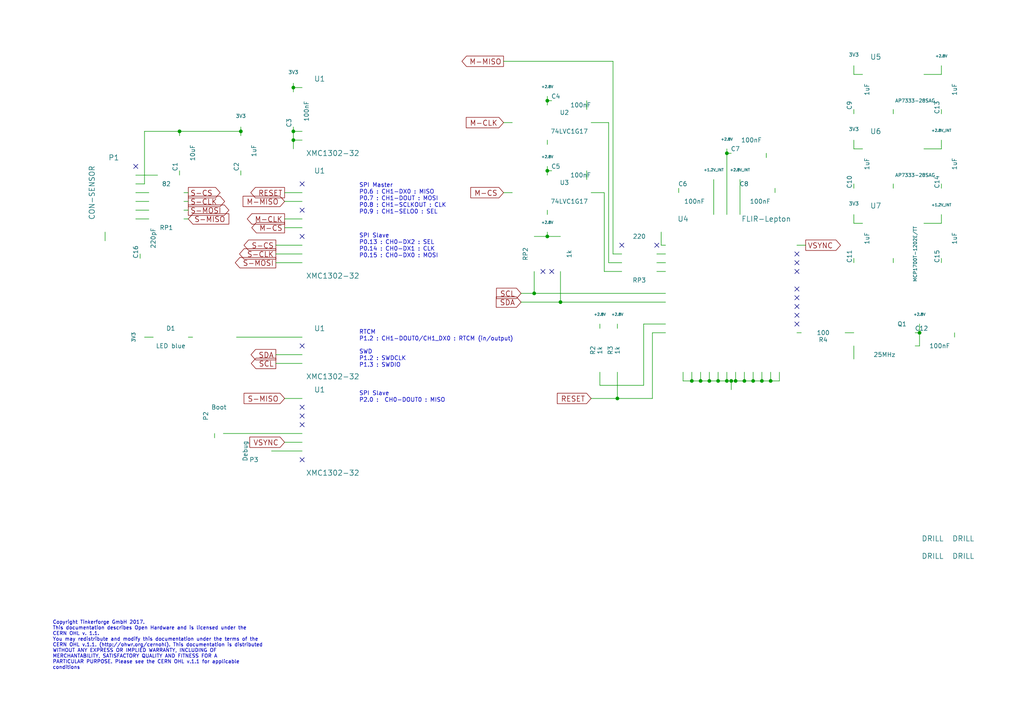
<source format=kicad_sch>
(kicad_sch (version 20230121) (generator eeschema)
  (paper "A4")
  (title_block (title "Thermal Imaging Bricklet") (date "2017-05-08") (rev "1.0") (company "Tinkerforge GmbH") (comment 1 "Licensed under CERN OHL v.1.1") (comment 2 "Copyright (©) 2017, B.Nordmeyer <bastian@tinkerforge.com>"))
  (lib_symbols)
  (junction (at 85.09 40.64))
  (junction (at 213.36 110.49))
  (junction (at 218.44 110.49))
  (junction (at 210.82 110.49))
  (junction (at 154.94 85.09))
  (junction (at 203.2 110.49))
  (junction (at 158.75 29.21))
  (junction (at 208.28 110.49))
  (junction (at 215.9 110.49))
  (junction (at 85.09 25.4))
  (junction (at 158.75 68.58))
  (junction (at 220.98 110.49))
  (junction (at 179.07 115.57))
  (junction (at 69.85 38.1))
  (junction (at 158.75 49.53))
  (junction (at 223.52 110.49))
  (junction (at 205.74 110.49))
  (junction (at 52.07 38.1))
  (junction (at 212.09 110.49))
  (junction (at 85.09 38.1))
  (junction (at 162.56 87.63))
  (junction (at 200.66 110.49))
  (junction (at 210.82 44.45))
  (junction (at 266.7 96.52))
  (no_connect (at 231.14 78.74))
  (no_connect (at 87.63 68.58))
  (no_connect (at 39.37 48.26))
  (no_connect (at 231.14 86.36))
  (no_connect (at 231.14 91.44))
  (no_connect (at 87.63 100.33))
  (no_connect (at 231.14 76.2))
  (no_connect (at 87.63 60.96))
  (no_connect (at 87.63 133.35))
  (no_connect (at 157.48 78.74))
  (no_connect (at 231.14 88.9))
  (no_connect (at 160.02 78.74))
  (no_connect (at 231.14 83.82))
  (no_connect (at 87.63 123.19))
  (no_connect (at 190.5 71.12))
  (no_connect (at 87.63 53.34))
  (no_connect (at 87.63 118.11))
  (no_connect (at 180.34 71.12))
  (no_connect (at 231.14 73.66))
  (no_connect (at 231.14 93.98))
  (no_connect (at 87.63 120.65))
  (wire (pts (xy 87.63 66.04) (xy 82.55 66.04)))
  (wire (pts (xy 223.52 110.49) (xy 226.06 110.49)))
  (wire (pts (xy 69.85 38.1) (xy 69.85 39.37)))
  (wire (pts (xy 198.12 107.95) (xy 198.12 110.49)))
  (wire (pts (xy 259.08 54.61) (xy 259.08 53.34)))
  (wire (pts (xy 179.07 95.25) (xy 179.07 93.98)))
  (wire (pts (xy 273.05 21.59) (xy 273.05 19.05)))
  (wire (pts (xy 158.75 48.26) (xy 158.75 49.53)))
  (wire (pts (xy 218.44 107.95) (xy 218.44 110.49)))
  (wire (pts (xy 223.52 110.49) (xy 223.52 107.95)))
  (wire (pts (xy 54.61 63.5) (xy 53.34 63.5)))
  (wire (pts (xy 162.56 87.63) (xy 193.04 87.63)))
  (wire (pts (xy 247.65 21.59) (xy 247.65 19.05)))
  (wire (pts (xy 205.74 107.95) (xy 205.74 110.49)))
  (wire (pts (xy 203.2 110.49) (xy 205.74 110.49)))
  (wire (pts (xy 273.05 76.2) (xy 273.05 74.93)))
  (wire (pts (xy 173.99 111.76) (xy 173.99 107.95)))
  (wire (pts (xy 39.37 50.8) (xy 45.72 50.8)))
  (wire (pts (xy 210.82 107.95) (xy 210.82 110.49)))
  (wire (pts (xy 41.91 97.79) (xy 44.45 97.79)))
  (wire (pts (xy 160.02 29.21) (xy 158.75 29.21)))
  (wire (pts (xy 212.09 110.49) (xy 213.36 110.49)))
  (wire (pts (xy 200.66 107.95) (xy 200.66 110.49)))
  (wire (pts (xy 210.82 44.45) (xy 210.82 62.23)))
  (wire (pts (xy 273.05 64.77) (xy 273.05 62.23)))
  (wire (pts (xy 220.98 107.95) (xy 220.98 110.49)))
  (wire (pts (xy 203.2 107.95) (xy 203.2 110.49)))
  (wire (pts (xy 54.61 58.42) (xy 53.34 58.42)))
  (wire (pts (xy 212.09 113.03) (xy 212.09 110.49)))
  (wire (pts (xy 189.23 96.52) (xy 189.23 115.57)))
  (wire (pts (xy 267.97 43.18) (xy 273.05 43.18)))
  (wire (pts (xy 146.05 55.88) (xy 148.59 55.88)))
  (wire (pts (xy 213.36 107.95) (xy 213.36 110.49)))
  (wire (pts (xy 39.37 55.88) (xy 43.18 55.88)))
  (wire (pts (xy 158.75 62.23) (xy 158.75 60.96)))
  (wire (pts (xy 85.09 38.1) (xy 87.63 38.1)))
  (wire (pts (xy 276.86 96.52) (xy 276.86 97.79)))
  (wire (pts (xy 210.82 110.49) (xy 212.09 110.49)))
  (wire (pts (xy 176.53 76.2) (xy 180.34 76.2)))
  (wire (pts (xy 158.75 67.31) (xy 158.75 68.58)))
  (wire (pts (xy 231.14 96.52) (xy 232.41 96.52)))
  (wire (pts (xy 250.19 43.18) (xy 247.65 43.18)))
  (wire (pts (xy 247.65 43.18) (xy 247.65 40.64)))
  (wire (pts (xy 247.65 76.2) (xy 247.65 74.93)))
  (wire (pts (xy 30.48 69.85) (xy 30.48 67.31)))
  (wire (pts (xy 196.85 55.88) (xy 196.85 54.61)))
  (wire (pts (xy 200.66 110.49) (xy 203.2 110.49)))
  (wire (pts (xy 80.01 71.12) (xy 87.63 71.12)))
  (wire (pts (xy 80.01 102.87) (xy 87.63 102.87)))
  (wire (pts (xy 146.05 17.78) (xy 177.8 17.78)))
  (wire (pts (xy 162.56 78.74) (xy 162.56 87.63)))
  (wire (pts (xy 82.55 58.42) (xy 87.63 58.42)))
  (wire (pts (xy 266.7 96.52) (xy 265.43 96.52)))
  (wire (pts (xy 41.91 38.1) (xy 41.91 53.34)))
  (wire (pts (xy 39.37 63.5) (xy 43.18 63.5)))
  (wire (pts (xy 154.94 68.58) (xy 158.75 68.58)))
  (wire (pts (xy 151.13 87.63) (xy 162.56 87.63)))
  (wire (pts (xy 158.75 29.21) (xy 158.75 30.48)))
  (wire (pts (xy 52.07 39.37) (xy 52.07 38.1)))
  (wire (pts (xy 250.19 21.59) (xy 247.65 21.59)))
  (wire (pts (xy 218.44 110.49) (xy 220.98 110.49)))
  (wire (pts (xy 158.75 41.91) (xy 158.75 40.64)))
  (wire (pts (xy 189.23 115.57) (xy 179.07 115.57)))
  (wire (pts (xy 158.75 68.58) (xy 162.56 68.58)))
  (wire (pts (xy 53.34 55.88) (xy 54.61 55.88)))
  (wire (pts (xy 207.01 52.07) (xy 207.01 62.23)))
  (wire (pts (xy 273.05 33.02) (xy 273.05 31.75)))
  (wire (pts (xy 154.94 85.09) (xy 154.94 78.74)))
  (wire (pts (xy 220.98 110.49) (xy 223.52 110.49)))
  (wire (pts (xy 40.64 74.93) (xy 40.64 73.66)))
  (wire (pts (xy 205.74 110.49) (xy 208.28 110.49)))
  (wire (pts (xy 266.7 93.98) (xy 266.7 96.52)))
  (wire (pts (xy 170.18 52.07) (xy 170.18 49.53)))
  (wire (pts (xy 273.05 54.61) (xy 273.05 53.34)))
  (wire (pts (xy 64.77 125.73) (xy 87.63 125.73)))
  (wire (pts (xy 213.36 110.49) (xy 215.9 110.49)))
  (wire (pts (xy 259.08 33.02) (xy 259.08 31.75)))
  (wire (pts (xy 267.97 21.59) (xy 273.05 21.59)))
  (wire (pts (xy 224.79 54.61) (xy 224.79 55.88)))
  (wire (pts (xy 82.55 63.5) (xy 87.63 63.5)))
  (wire (pts (xy 85.09 24.13) (xy 85.09 25.4)))
  (wire (pts (xy 208.28 110.49) (xy 210.82 110.49)))
  (wire (pts (xy 198.12 110.49) (xy 200.66 110.49)))
  (wire (pts (xy 80.01 76.2) (xy 87.63 76.2)))
  (wire (pts (xy 186.69 93.98) (xy 193.04 93.98)))
  (wire (pts (xy 266.7 96.52) (xy 266.7 100.33)))
  (wire (pts (xy 85.09 25.4) (xy 85.09 26.67)))
  (wire (pts (xy 41.91 38.1) (xy 52.07 38.1)))
  (wire (pts (xy 247.65 104.14) (xy 247.65 100.33)))
  (wire (pts (xy 193.04 96.52) (xy 189.23 96.52)))
  (wire (pts (xy 154.94 85.09) (xy 193.04 85.09)))
  (wire (pts (xy 170.18 31.75) (xy 170.18 29.21)))
  (wire (pts (xy 173.99 95.25) (xy 173.99 93.98)))
  (wire (pts (xy 82.55 55.88) (xy 87.63 55.88)))
  (wire (pts (xy 53.34 60.96) (xy 54.61 60.96)))
  (wire (pts (xy 78.74 130.81) (xy 87.63 130.81)))
  (wire (pts (xy 191.77 71.12) (xy 191.77 67.31)))
  (wire (pts (xy 85.09 40.64) (xy 85.09 43.18)))
  (wire (pts (xy 186.69 111.76) (xy 186.69 93.98)))
  (wire (pts (xy 250.19 64.77) (xy 247.65 64.77)))
  (wire (pts (xy 190.5 73.66) (xy 193.04 73.66)))
  (wire (pts (xy 62.23 127) (xy 62.23 125.73)))
  (wire (pts (xy 54.61 97.79) (xy 55.88 97.79)))
  (wire (pts (xy 273.05 43.18) (xy 273.05 40.64)))
  (wire (pts (xy 247.65 64.77) (xy 247.65 62.23)))
  (wire (pts (xy 177.8 73.66) (xy 180.34 73.66)))
  (wire (pts (xy 266.7 100.33) (xy 265.43 100.33)))
  (wire (pts (xy 171.45 55.88) (xy 175.26 55.88)))
  (wire (pts (xy 267.97 64.77) (xy 273.05 64.77)))
  (wire (pts (xy 190.5 78.74) (xy 193.04 78.74)))
  (wire (pts (xy 179.07 107.95) (xy 179.07 115.57)))
  (wire (pts (xy 176.53 35.56) (xy 176.53 76.2)))
  (wire (pts (xy 52.07 38.1) (xy 69.85 38.1)))
  (wire (pts (xy 210.82 43.18) (xy 210.82 44.45)))
  (wire (pts (xy 259.08 76.2) (xy 259.08 74.93)))
  (wire (pts (xy 231.14 71.12) (xy 233.68 71.12)))
  (wire (pts (xy 158.75 27.94) (xy 158.75 29.21)))
  (wire (pts (xy 247.65 54.61) (xy 247.65 53.34)))
  (wire (pts (xy 226.06 110.49) (xy 226.06 107.95)))
  (wire (pts (xy 85.09 38.1) (xy 85.09 40.64)))
  (wire (pts (xy 208.28 107.95) (xy 208.28 110.49)))
  (wire (pts (xy 193.04 71.12) (xy 191.77 71.12)))
  (wire (pts (xy 69.85 50.8) (xy 69.85 49.53)))
  (wire (pts (xy 87.63 25.4) (xy 85.09 25.4)))
  (wire (pts (xy 210.82 44.45) (xy 212.09 44.45)))
  (wire (pts (xy 173.99 111.76) (xy 186.69 111.76)))
  (wire (pts (xy 39.37 60.96) (xy 43.18 60.96)))
  (wire (pts (xy 171.45 35.56) (xy 176.53 35.56)))
  (wire (pts (xy 39.37 58.42) (xy 43.18 58.42)))
  (wire (pts (xy 175.26 55.88) (xy 175.26 78.74)))
  (wire (pts (xy 87.63 115.57) (xy 82.55 115.57)))
  (wire (pts (xy 87.63 40.64) (xy 85.09 40.64)))
  (wire (pts (xy 41.91 53.34) (xy 39.37 53.34)))
  (wire (pts (xy 80.01 73.66) (xy 87.63 73.66)))
  (wire (pts (xy 214.63 52.07) (xy 214.63 62.23)))
  (wire (pts (xy 215.9 110.49) (xy 218.44 110.49)))
  (wire (pts (xy 245.11 96.52) (xy 247.65 96.52)))
  (wire (pts (xy 69.85 36.83) (xy 69.85 38.1)))
  (wire (pts (xy 68.58 97.79) (xy 87.63 97.79)))
  (wire (pts (xy 85.09 36.83) (xy 85.09 38.1)))
  (wire (pts (xy 177.8 17.78) (xy 177.8 73.66)))
  (wire (pts (xy 151.13 85.09) (xy 154.94 85.09)))
  (wire (pts (xy 87.63 128.27) (xy 82.55 128.27)))
  (wire (pts (xy 179.07 115.57) (xy 171.45 115.57)))
  (wire (pts (xy 247.65 33.02) (xy 247.65 31.75)))
  (wire (pts (xy 193.04 76.2) (xy 190.5 76.2)))
  (wire (pts (xy 222.25 44.45) (xy 222.25 45.72)))
  (wire (pts (xy 215.9 107.95) (xy 215.9 110.49)))
  (wire (pts (xy 146.05 35.56) (xy 148.59 35.56)))
  (wire (pts (xy 158.75 49.53) (xy 158.75 50.8)))
  (wire (pts (xy 52.07 50.8) (xy 52.07 49.53)))
  (wire (pts (xy 175.26 78.74) (xy 180.34 78.74)))
  (wire (pts (xy 87.63 105.41) (xy 80.01 105.41)))
  (wire (pts (xy 160.02 49.53) (xy 158.75 49.53)))
  (text "SPI Master\nP0.6 : CH1-DX0 : MISO\nP0.7 : CH1-DOUT : MOSI\nP0.8 : CH1-SCLKOUT : CLK\nP0.9 : CH1-SELO0 : SEL\n" (at 104.14 62.23 0) (effects (font (size 1.1938 1.1938)) (justify left bottom)))
  (text "SPI Slave\nP0.13 : CH0-DX2 : SEL\nP0.14 : CH0-DX1 : CLK\nP0.15 : CH0-DX0 : MOSI" (at 104.14 74.93 0) (effects (font (size 1.1938 1.1938)) (justify left bottom)))
  (text "SWD\nP1.2 : SWDCLK\nP1.3 : SWDIO\n" (at 104.14 106.68 0) (effects (font (size 1.1938 1.1938)) (justify left bottom)))
  (text "SPI Slave\nP2.0 :  CH0-DOUT0 : MISO\n" (at 104.14 116.84 0) (effects (font (size 1.1938 1.1938)) (justify left bottom)))
  (text "Copyright Tinkerforge GmbH 2017.\nThis documentation describes Open Hardware and is licensed under the\nCERN OHL v. 1.1.\nYou may redistribute and modify this documentation under the terms of the\nCERN OHL v.1.1. (http://ohwr.org/cernohl). This documentation is distributed\nWITHOUT ANY EXPRESS OR IMPLIED WARRANTY, INCLUDING OF\nMERCHANTABILITY, SATISFACTORY QUALITY AND FITNESS FOR A\nPARTICULAR PURPOSE. Please see the CERN OHL v.1.1 for applicable\nconditions\n" (at 15.24 194.31 0) (effects (font (size 1.016 1.016)) (justify left bottom)))
  (text "RTCM\nP1.2 : CH1-DOUT0/CH1_DX0 : RTCM (in/output)" (at 104.14 99.06 0) (effects (font (size 1.1938 1.1938)) (justify left bottom)))
  (global_label "M-CS" (shape output) (at 82.55 66.04 180) (effects (font (size 1.524 1.524))) (property "Intersheetrefs" "${INTERSHEET_REFS}" (effects hide)))
  (global_label "VSYNC" (shape input) (at 82.55 128.27 180) (effects (font (size 1.524 1.524))) (property "Intersheetrefs" "${INTERSHEET_REFS}" (effects hide)))
  (global_label "S-MISO" (shape input) (at 54.61 63.5 0) (effects (font (size 1.524 1.524))) (property "Intersheetrefs" "${INTERSHEET_REFS}" (effects hide)))
  (global_label "M-MISO" (shape output) (at 146.05 17.78 180) (effects (font (size 1.524 1.524))) (property "Intersheetrefs" "${INTERSHEET_REFS}" (effects hide)))
  (global_label "M-CS" (shape input) (at 146.05 55.88 180) (effects (font (size 1.524 1.524))) (property "Intersheetrefs" "${INTERSHEET_REFS}" (effects hide)))
  (global_label "RESET" (shape output) (at 82.55 55.88 180) (effects (font (size 1.524 1.524))) (property "Intersheetrefs" "${INTERSHEET_REFS}" (effects hide)))
  (global_label "S-CS" (shape output) (at 80.01 71.12 180) (effects (font (size 1.524 1.524))) (property "Intersheetrefs" "${INTERSHEET_REFS}" (effects hide)))
  (global_label "SDA" (shape output) (at 80.01 102.87 180) (effects (font (size 1.524 1.524))) (property "Intersheetrefs" "${INTERSHEET_REFS}" (effects hide)))
  (global_label "VSYNC" (shape output) (at 233.68 71.12 0) (effects (font (size 1.524 1.524))) (property "Intersheetrefs" "${INTERSHEET_REFS}" (effects hide)))
  (global_label "M-CLK" (shape output) (at 82.55 63.5 180) (effects (font (size 1.524 1.524))) (property "Intersheetrefs" "${INTERSHEET_REFS}" (effects hide)))
  (global_label "M-MISO" (shape input) (at 82.55 58.42 180) (effects (font (size 1.524 1.524))) (property "Intersheetrefs" "${INTERSHEET_REFS}" (effects hide)))
  (global_label "S-CLK" (shape output) (at 80.01 73.66 180) (effects (font (size 1.524 1.524))) (property "Intersheetrefs" "${INTERSHEET_REFS}" (effects hide)))
  (global_label "SCL" (shape output) (at 80.01 105.41 180) (effects (font (size 1.524 1.524))) (property "Intersheetrefs" "${INTERSHEET_REFS}" (effects hide)))
  (global_label "S-MOSI" (shape output) (at 80.01 76.2 180) (effects (font (size 1.524 1.524))) (property "Intersheetrefs" "${INTERSHEET_REFS}" (effects hide)))
  (global_label "S-CS" (shape output) (at 54.61 55.88 0) (effects (font (size 1.524 1.524))) (property "Intersheetrefs" "${INTERSHEET_REFS}" (effects hide)))
  (global_label "S-MOSI" (shape output) (at 54.61 60.96 0) (effects (font (size 1.524 1.524))) (property "Intersheetrefs" "${INTERSHEET_REFS}" (effects hide)))
  (global_label "SCL" (shape input) (at 151.13 85.09 180) (effects (font (size 1.524 1.524))) (property "Intersheetrefs" "${INTERSHEET_REFS}" (effects hide)))
  (global_label "S-MISO" (shape input) (at 82.55 115.57 180) (effects (font (size 1.524 1.524))) (property "Intersheetrefs" "${INTERSHEET_REFS}" (effects hide)))
  (global_label "SDA" (shape input) (at 151.13 87.63 180) (effects (font (size 1.524 1.524))) (property "Intersheetrefs" "${INTERSHEET_REFS}" (effects hide)))
  (global_label "S-CLK" (shape output) (at 54.61 58.42 0) (effects (font (size 1.524 1.524))) (property "Intersheetrefs" "${INTERSHEET_REFS}" (effects hide)))
  (global_label "RESET" (shape input) (at 171.45 115.57 180) (effects (font (size 1.524 1.524))) (property "Intersheetrefs" "${INTERSHEET_REFS}" (effects hide)))
  (global_label "M-CLK" (shape input) (at 146.05 35.56 180) (effects (font (size 1.524 1.524))) (property "Intersheetrefs" "${INTERSHEET_REFS}" (effects hide)))
  (symbol (lib_id "CON-SENSOR2") (at 30.48 55.88 0) (mirror y) (unit 1)
    (property "Reference" "P1" (at 33.02 45.72 0) (effects (font (size 1.524 1.524))))
    (property "Value" "CON-SENSOR" (at 26.67 55.88 90) (effects (font (size 1.524 1.524))))
    (property "Footprint" "kicad-libraries:CON-SENSOR2" (effects hide))
  )
  (symbol (lib_id "GND") (at 45.72 50.8 90) (unit 1)
    (property "Reference" "#PWR01" (effects hide))
    (property "Value" "GND" (effects hide))
  )
  (symbol (lib_id "DRILL") (at 279.4 156.21 0) (unit 1)
    (property "Reference" "U10" (effects hide))
    (property "Value" "DRILL" (at 279.4 156.21 0) (effects (font (size 1.524 1.524))))
    (property "Footprint" "kicad-libraries:DRILL_NP" (effects hide))
  )
  (symbol (lib_id "DRILL") (at 279.4 161.29 0) (unit 1)
    (property "Reference" "U11" (effects hide))
    (property "Value" "DRILL" (at 279.4 161.29 0) (effects (font (size 1.524 1.524))))
    (property "Footprint" "kicad-libraries:DRILL_NP" (effects hide))
  )
  (symbol (lib_id "DRILL") (at 270.51 161.29 0) (unit 1)
    (property "Reference" "U9" (effects hide))
    (property "Value" "DRILL" (at 270.51 161.29 0) (effects (font (size 1.524 1.524))))
    (property "Footprint" "kicad-libraries:DRILL_NP" (effects hide))
  )
  (symbol (lib_id "DRILL") (at 270.51 156.21 0) (unit 1)
    (property "Reference" "U8" (effects hide))
    (property "Value" "DRILL" (at 270.51 156.21 0) (effects (font (size 1.524 1.524))))
    (property "Footprint" "kicad-libraries:DRILL_NP" (effects hide))
  )
  (symbol (lib_id "C") (at 52.07 44.45 180) (unit 1)
    (property "Reference" "C1" (at 50.8 46.99 90) (effects (justify left)))
    (property "Value" "10uF" (at 55.88 41.91 90) (effects (justify left)))
    (property "Footprint" "kicad-libraries:C0805" (effects hide))
  )
  (symbol (lib_id "XMC1XXX24") (at 96.52 33.02 0) (unit 1)
    (property "Reference" "U1" (at 92.71 22.86 0) (effects (font (size 1.524 1.524))))
    (property "Value" "XMC1302-32" (at 96.52 44.45 0) (effects (font (size 1.524 1.524))))
    (property "Footprint" "kicad-libraries:QFN24-4x4mm-0.5mm" (effects hide))
  )
  (symbol (lib_id "XMC1XXX24") (at 96.52 64.77 0) (unit 2)
    (property "Reference" "U1" (at 92.71 49.53 0) (effects (font (size 1.524 1.524))))
    (property "Value" "XMC1302-32" (at 96.52 80.01 0) (effects (font (size 1.524 1.524))))
    (property "Footprint" "kicad-libraries:QFN24-4x4mm-0.5mm" (effects hide))
  )
  (symbol (lib_id "XMC1XXX24") (at 96.52 124.46 0) (unit 4)
    (property "Reference" "U1" (at 92.71 113.03 0) (effects (font (size 1.524 1.524))))
    (property "Value" "XMC1302-32" (at 96.52 137.16 0) (effects (font (size 1.524 1.524))))
    (property "Footprint" "kicad-libraries:QFN24-4x4mm-0.5mm" (effects hide))
  )
  (symbol (lib_id "XMC1XXX24") (at 96.52 101.6 0) (unit 3)
    (property "Reference" "U1" (at 92.71 95.25 0) (effects (font (size 1.524 1.524))))
    (property "Value" "XMC1302-32" (at 96.52 109.22 0) (effects (font (size 1.524 1.524))))
    (property "Footprint" "kicad-libraries:QFN24-4x4mm-0.5mm" (effects hide))
  )
  (symbol (lib_id "GND") (at 30.48 69.85 0) (unit 1)
    (property "Reference" "#PWR02" (effects hide))
    (property "Value" "GND" (effects hide))
  )
  (symbol (lib_id "GND") (at 85.09 43.18 0) (unit 1)
    (property "Reference" "#PWR03" (effects hide))
    (property "Value" "GND" (effects hide))
  )
  (symbol (lib_id "C") (at 69.85 44.45 180) (unit 1)
    (property "Reference" "C2" (at 68.58 46.99 90) (effects (justify left)))
    (property "Value" "1uF" (at 73.66 41.91 90) (effects (justify left)))
    (property "Footprint" "kicad-libraries:C0603F" (effects hide))
  )
  (symbol (lib_id "GND") (at 69.85 50.8 0) (unit 1)
    (property "Reference" "#PWR04" (effects hide))
    (property "Value" "GND" (effects hide))
  )
  (symbol (lib_id "GND") (at 52.07 50.8 0) (unit 1)
    (property "Reference" "#PWR05" (effects hide))
    (property "Value" "GND" (effects hide))
  )
  (symbol (lib_id "C") (at 85.09 31.75 180) (unit 1)
    (property "Reference" "C3" (at 83.82 34.29 90) (effects (justify left)))
    (property "Value" "100nF" (at 88.9 29.21 90) (effects (justify left)))
    (property "Footprint" "kicad-libraries:C0603F" (effects hide))
  )
  (symbol (lib_id "GND") (at 40.64 74.93 0) (unit 1)
    (property "Reference" "#PWR06" (effects hide))
    (property "Value" "GND" (effects hide))
  )
  (symbol (lib_id "LED") (at 49.53 97.79 0) (unit 1)
    (property "Reference" "D1" (at 49.53 95.25 0))
    (property "Value" "LED blue" (at 49.53 100.33 0))
    (property "Footprint" "kicad-libraries:D0603F" (effects hide))
  )
  (symbol (lib_id "CONN_01X02") (at 63.5 120.65 90) (unit 1)
    (property "Reference" "P2" (at 59.69 120.65 0))
    (property "Value" "Boot" (at 63.5 118.11 90))
    (property "Footprint" "kicad-libraries:SolderJumper" (effects hide))
  )
  (symbol (lib_id "GND") (at 62.23 127 0) (mirror y) (unit 1)
    (property "Reference" "#PWR07" (effects hide))
    (property "Value" "GND" (effects hide))
  )
  (symbol (lib_id "R_PACK4") (at 48.26 54.61 180) (unit 1)
    (property "Reference" "RP1" (at 48.26 66.04 0))
    (property "Value" "82" (at 48.26 53.34 0))
    (property "Footprint" "kicad-libraries:4X0402" (effects hide))
  )
  (symbol (lib_id "R") (at 62.23 97.79 270) (unit 1)
    (property "Reference" "R1" (at 62.23 99.822 90))
    (property "Value" "1k" (at 62.23 97.79 90))
    (property "Footprint" "kicad-libraries:R0603F" (effects hide))
  )
  (symbol (lib_id "FLIR-Lepton") (at 212.09 85.09 0) (unit 1)
    (property "Reference" "U4" (at 198.12 63.5 0) (effects (font (size 1.524 1.524))))
    (property "Value" "FLIR-Lepton" (at 222.25 63.5 0) (effects (font (size 1.524 1.524))))
    (property "Footprint" "kicad-libraries:Lepton_105028" (effects hide))
  )
  (symbol (lib_id "R_PACK4") (at 185.42 69.85 180) (unit 1)
    (property "Reference" "RP3" (at 185.42 81.28 0))
    (property "Value" "220" (at 185.42 68.58 0))
    (property "Footprint" "kicad-libraries:0603X4" (effects hide))
  )
  (symbol (lib_id "R_PACK4") (at 163.83 73.66 90) (mirror x) (unit 1)
    (property "Reference" "RP2" (at 152.4 73.66 0))
    (property "Value" "1k" (at 165.1 73.66 0))
    (property "Footprint" "kicad-libraries:0603X4" (effects hide))
  )
  (symbol (lib_id "3V3") (at 85.09 24.13 0) (unit 1)
    (property "Reference" "#PWR08" (effects hide))
    (property "Value" "3V3" (at 85.09 20.955 0) (effects (font (size 1.016 1.016))))
  )
  (symbol (lib_id "3V3") (at 69.85 36.83 0) (unit 1)
    (property "Reference" "#PWR09" (effects hide))
    (property "Value" "3V3" (at 69.85 33.655 0) (effects (font (size 1.016 1.016))))
  )
  (symbol (lib_id "3V3") (at 41.91 97.79 90) (unit 1)
    (property "Reference" "#PWR010" (effects hide))
    (property "Value" "3V3" (at 38.735 97.79 0) (effects (font (size 1.016 1.016))))
  )
  (symbol (lib_id "R") (at 173.99 101.6 180) (unit 1)
    (property "Reference" "R2" (at 171.958 101.6 90))
    (property "Value" "1k" (at 173.99 101.6 90))
    (property "Footprint" "kicad-libraries:R0603F" (effects hide))
  )
  (symbol (lib_id "R") (at 179.07 101.6 180) (unit 1)
    (property "Reference" "R3" (at 177.038 101.6 90))
    (property "Value" "1k" (at 179.07 101.6 90))
    (property "Footprint" "kicad-libraries:R0603F" (effects hide))
  )
  (symbol (lib_id "GND") (at 212.09 113.03 0) (mirror y) (unit 1)
    (property "Reference" "#PWR011" (effects hide))
    (property "Value" "GND" (effects hide))
  )
  (symbol (lib_id "74LVC1G17") (at 160.02 35.56 0) (unit 1)
    (property "Reference" "U2" (at 163.703 32.639 0))
    (property "Value" "74LVC1G17" (at 165.1 38.1 0))
    (property "Footprint" "kicad-libraries:SOT23-5" (effects hide))
  )
  (symbol (lib_id "GND") (at 191.77 67.31 0) (mirror x) (unit 1)
    (property "Reference" "#PWR012" (effects hide))
    (property "Value" "GND" (effects hide))
  )
  (symbol (lib_id "74LVC1G17") (at 160.02 55.88 0) (unit 1)
    (property "Reference" "U3" (at 163.703 52.959 0))
    (property "Value" "74LVC1G17" (at 165.1 58.42 0))
    (property "Footprint" "kicad-libraries:SOT23-5" (effects hide))
  )
  (symbol (lib_id "GND") (at 158.75 62.23 0) (mirror y) (unit 1)
    (property "Reference" "#PWR013" (effects hide))
    (property "Value" "GND" (effects hide))
  )
  (symbol (lib_id "GND") (at 158.75 41.91 0) (mirror y) (unit 1)
    (property "Reference" "#PWR014" (effects hide))
    (property "Value" "GND" (effects hide))
  )
  (symbol (lib_id "C") (at 201.93 54.61 90) (unit 1)
    (property "Reference" "C6" (at 199.39 53.34 90) (effects (justify left)))
    (property "Value" "100nF" (at 204.47 58.42 90) (effects (justify left)))
    (property "Footprint" "kicad-libraries:C0603F" (effects hide))
  )
  (symbol (lib_id "C") (at 165.1 49.53 90) (unit 1)
    (property "Reference" "C5" (at 162.56 48.26 90) (effects (justify left)))
    (property "Value" "100nF" (at 171.45 50.8 90) (effects (justify left)))
    (property "Footprint" "kicad-libraries:C0603F" (effects hide))
  )
  (symbol (lib_id "GND") (at 170.18 31.75 0) (mirror y) (unit 1)
    (property "Reference" "#PWR015" (effects hide))
    (property "Value" "GND" (effects hide))
  )
  (symbol (lib_id "GND") (at 170.18 52.07 0) (mirror y) (unit 1)
    (property "Reference" "#PWR016" (effects hide))
    (property "Value" "GND" (effects hide))
  )
  (symbol (lib_id "+2.8V") (at 158.75 27.94 0) (unit 1)
    (property "Reference" "#PWR017" (effects hide))
    (property "Value" "+2.8V" (at 158.75 25.146 0) (effects (font (size 0.762 0.762))))
  )
  (symbol (lib_id "+2.8V") (at 158.75 48.26 0) (unit 1)
    (property "Reference" "#PWR018" (effects hide))
    (property "Value" "+2.8V" (at 158.75 45.466 0) (effects (font (size 0.762 0.762))))
  )
  (symbol (lib_id "+2.8V") (at 158.75 67.31 0) (unit 1)
    (property "Reference" "#PWR019" (effects hide))
    (property "Value" "+2.8V" (at 158.75 64.516 0) (effects (font (size 0.762 0.762))))
  )
  (symbol (lib_id "+2.8V") (at 173.99 93.98 0) (unit 1)
    (property "Reference" "#PWR020" (effects hide))
    (property "Value" "+2.8V" (at 173.99 91.186 0) (effects (font (size 0.762 0.762))))
  )
  (symbol (lib_id "+2.8V") (at 179.07 93.98 0) (unit 1)
    (property "Reference" "#PWR021" (effects hide))
    (property "Value" "+2.8V" (at 179.07 91.186 0) (effects (font (size 0.762 0.762))))
  )
  (symbol (lib_id "+2.8V") (at 210.82 43.18 0) (unit 1)
    (property "Reference" "#PWR022" (effects hide))
    (property "Value" "+2.8V" (at 210.82 40.386 0) (effects (font (size 0.762 0.762))))
  )
  (symbol (lib_id "+2.8V") (at 273.05 19.05 0) (unit 1)
    (property "Reference" "#PWR023" (effects hide))
    (property "Value" "+2.8V" (at 273.05 16.256 0) (effects (font (size 0.762 0.762))))
  )
  (symbol (lib_id "+2.8V_INT") (at 214.63 52.07 0) (unit 1)
    (property "Reference" "#PWR024" (effects hide))
    (property "Value" "+2.8V_INT" (at 214.63 49.276 0) (effects (font (size 0.762 0.762))))
  )
  (symbol (lib_id "+2.8V_INT") (at 273.05 40.64 0) (unit 1)
    (property "Reference" "#PWR025" (effects hide))
    (property "Value" "+2.8V_INT" (at 273.05 37.846 0) (effects (font (size 0.762 0.762))))
  )
  (symbol (lib_id "+1.2V_INT") (at 273.05 62.23 0) (unit 1)
    (property "Reference" "#PWR026" (effects hide))
    (property "Value" "+1.2V_INT" (at 273.05 59.436 0) (effects (font (size 0.762 0.762))))
  )
  (symbol (lib_id "+1.2V_INT") (at 207.01 52.07 0) (unit 1)
    (property "Reference" "#PWR027" (effects hide))
    (property "Value" "+1.2V_INT" (at 207.01 49.276 0) (effects (font (size 0.762 0.762))))
  )
  (symbol (lib_id "C") (at 219.71 54.61 90) (unit 1)
    (property "Reference" "C8" (at 217.17 53.34 90) (effects (justify left)))
    (property "Value" "100nF" (at 223.52 58.42 90) (effects (justify left)))
    (property "Footprint" "kicad-libraries:C0603F" (effects hide))
  )
  (symbol (lib_id "C") (at 217.17 44.45 90) (unit 1)
    (property "Reference" "C7" (at 214.63 43.18 90) (effects (justify left)))
    (property "Value" "100nF" (at 220.98 40.64 90) (effects (justify left)))
    (property "Footprint" "kicad-libraries:C0603F" (effects hide))
  )
  (symbol (lib_id "GND") (at 196.85 55.88 0) (mirror y) (unit 1)
    (property "Reference" "#PWR028" (effects hide))
    (property "Value" "GND" (effects hide))
  )
  (symbol (lib_id "GND") (at 224.79 55.88 0) (mirror y) (unit 1)
    (property "Reference" "#PWR029" (effects hide))
    (property "Value" "GND" (effects hide))
  )
  (symbol (lib_id "GND") (at 222.25 45.72 0) (mirror y) (unit 1)
    (property "Reference" "#PWR030" (effects hide))
    (property "Value" "GND" (effects hide))
  )
  (symbol (lib_id "+2.8V") (at 266.7 93.98 0) (unit 1)
    (property "Reference" "#PWR031" (effects hide))
    (property "Value" "+2.8V" (at 266.7 91.186 0) (effects (font (size 0.762 0.762))))
  )
  (symbol (lib_id "Oscillator") (at 256.54 99.06 0) (mirror y) (unit 1)
    (property "Reference" "Q1" (at 261.62 93.98 0))
    (property "Value" "25MHz" (at 256.54 102.87 0))
    (property "Footprint" "kicad-libraries:CRYSTAL_5032" (effects hide))
  )
  (symbol (lib_id "R") (at 238.76 96.52 270) (unit 1)
    (property "Reference" "R4" (at 238.76 98.552 90))
    (property "Value" "100" (at 238.76 96.52 90))
    (property "Footprint" "kicad-libraries:R0603F" (effects hide))
  )
  (symbol (lib_id "C") (at 165.1 29.21 90) (unit 1)
    (property "Reference" "C4" (at 162.56 27.94 90) (effects (justify left)))
    (property "Value" "100nF" (at 171.45 30.48 90) (effects (justify left)))
    (property "Footprint" "kicad-libraries:C0603F" (effects hide))
  )
  (symbol (lib_id "GND") (at 247.65 104.14 0) (mirror y) (unit 1)
    (property "Reference" "#PWR032" (effects hide))
    (property "Value" "GND" (effects hide))
  )
  (symbol (lib_id "C") (at 271.78 96.52 90) (unit 1)
    (property "Reference" "C12" (at 269.24 95.25 90) (effects (justify left)))
    (property "Value" "100nF" (at 275.59 100.33 90) (effects (justify left)))
    (property "Footprint" "kicad-libraries:C0603F" (effects hide))
  )
  (symbol (lib_id "GND") (at 276.86 97.79 0) (mirror y) (unit 1)
    (property "Reference" "#PWR033" (effects hide))
    (property "Value" "GND" (effects hide))
  )
  (symbol (lib_id "AP7333") (at 259.08 21.59 0) (unit 1)
    (property "Reference" "U5" (at 254 16.51 0) (effects (font (size 1.524 1.524))))
    (property "Value" "AP7333-28SAG" (at 265.43 29.21 0) (effects (font (size 0.9906 0.9906))))
    (property "Footprint" "kicad-libraries:SOT23-3" (effects hide))
  )
  (symbol (lib_id "C") (at 247.65 26.67 180) (unit 1)
    (property "Reference" "C9" (at 246.38 29.21 90) (effects (justify left)))
    (property "Value" "1uF" (at 251.46 24.13 90) (effects (justify left)))
    (property "Footprint" "kicad-libraries:C0603F" (effects hide))
  )
  (symbol (lib_id "C") (at 273.05 26.67 180) (unit 1)
    (property "Reference" "C13" (at 271.78 29.21 90) (effects (justify left)))
    (property "Value" "1uF" (at 276.86 24.13 90) (effects (justify left)))
    (property "Footprint" "kicad-libraries:C0603F" (effects hide))
  )
  (symbol (lib_id "GND") (at 259.08 33.02 0) (mirror y) (unit 1)
    (property "Reference" "#PWR034" (effects hide))
    (property "Value" "GND" (effects hide))
  )
  (symbol (lib_id "GND") (at 247.65 33.02 0) (mirror y) (unit 1)
    (property "Reference" "#PWR035" (effects hide))
    (property "Value" "GND" (effects hide))
  )
  (symbol (lib_id "GND") (at 273.05 33.02 0) (mirror y) (unit 1)
    (property "Reference" "#PWR036" (effects hide))
    (property "Value" "GND" (effects hide))
  )
  (symbol (lib_id "3V3") (at 247.65 19.05 0) (unit 1)
    (property "Reference" "#PWR037" (effects hide))
    (property "Value" "3V3" (at 247.65 15.875 0) (effects (font (size 1.016 1.016))))
  )
  (symbol (lib_id "AP7333") (at 259.08 43.18 0) (unit 1)
    (property "Reference" "U6" (at 254 38.1 0) (effects (font (size 1.524 1.524))))
    (property "Value" "AP7333-28SAG" (at 265.43 50.8 0) (effects (font (size 0.9906 0.9906))))
    (property "Footprint" "kicad-libraries:SOT23-3" (effects hide))
  )
  (symbol (lib_id "C") (at 247.65 48.26 180) (unit 1)
    (property "Reference" "C10" (at 246.38 50.8 90) (effects (justify left)))
    (property "Value" "1uF" (at 251.46 45.72 90) (effects (justify left)))
    (property "Footprint" "kicad-libraries:C0603F" (effects hide))
  )
  (symbol (lib_id "C") (at 273.05 48.26 180) (unit 1)
    (property "Reference" "C14" (at 271.78 50.8 90) (effects (justify left)))
    (property "Value" "1uF" (at 276.86 45.72 90) (effects (justify left)))
    (property "Footprint" "kicad-libraries:C0603F" (effects hide))
  )
  (symbol (lib_id "GND") (at 259.08 54.61 0) (mirror y) (unit 1)
    (property "Reference" "#PWR038" (effects hide))
    (property "Value" "GND" (effects hide))
  )
  (symbol (lib_id "GND") (at 247.65 54.61 0) (mirror y) (unit 1)
    (property "Reference" "#PWR039" (effects hide))
    (property "Value" "GND" (effects hide))
  )
  (symbol (lib_id "GND") (at 273.05 54.61 0) (mirror y) (unit 1)
    (property "Reference" "#PWR040" (effects hide))
    (property "Value" "GND" (effects hide))
  )
  (symbol (lib_id "3V3") (at 247.65 40.64 0) (unit 1)
    (property "Reference" "#PWR041" (effects hide))
    (property "Value" "3V3" (at 247.65 37.465 0) (effects (font (size 1.016 1.016))))
  )
  (symbol (lib_id "AP7333") (at 259.08 64.77 0) (unit 1)
    (property "Reference" "U7" (at 254 59.69 0) (effects (font (size 1.524 1.524))))
    (property "Value" "MCP1700T-1202E/TT" (at 265.43 73.66 90) (effects (font (size 0.9906 0.9906))))
    (property "Footprint" "kicad-libraries:SOT23-3R" (effects hide))
  )
  (symbol (lib_id "C") (at 247.65 69.85 180) (unit 1)
    (property "Reference" "C11" (at 246.38 72.39 90) (effects (justify left)))
    (property "Value" "1uF" (at 251.46 67.31 90) (effects (justify left)))
    (property "Footprint" "kicad-libraries:C0603F" (effects hide))
  )
  (symbol (lib_id "C") (at 273.05 69.85 180) (unit 1)
    (property "Reference" "C15" (at 271.78 72.39 90) (effects (justify left)))
    (property "Value" "1uF" (at 276.86 67.31 90) (effects (justify left)))
    (property "Footprint" "kicad-libraries:C0603F" (effects hide))
  )
  (symbol (lib_id "GND") (at 259.08 76.2 0) (mirror y) (unit 1)
    (property "Reference" "#PWR042" (effects hide))
    (property "Value" "GND" (effects hide))
  )
  (symbol (lib_id "GND") (at 247.65 76.2 0) (mirror y) (unit 1)
    (property "Reference" "#PWR043" (effects hide))
    (property "Value" "GND" (effects hide))
  )
  (symbol (lib_id "GND") (at 273.05 76.2 0) (mirror y) (unit 1)
    (property "Reference" "#PWR044" (effects hide))
    (property "Value" "GND" (effects hide))
  )
  (symbol (lib_id "3V3") (at 247.65 62.23 0) (unit 1)
    (property "Reference" "#PWR045" (effects hide))
    (property "Value" "3V3" (at 247.65 59.055 0) (effects (font (size 1.016 1.016))))
  )
  (symbol (lib_id "CONN_01X01") (at 73.66 130.81 180) (unit 1)
    (property "Reference" "P3" (at 73.66 133.35 0))
    (property "Value" "Debug" (at 71.12 130.81 90))
    (property "Footprint" "kicad-libraries:DEBUG_PAD" (effects hide))
  )
  (symbol (lib_id "C") (at 40.64 68.58 180) (unit 1)
    (property "Reference" "C16" (at 39.37 71.12 90) (effects (justify left)))
    (property "Value" "220pF" (at 44.45 66.04 90) (effects (justify left)))
    (property "Footprint" "kicad-libraries:C0402F" (effects hide))
  )
)
</source>
